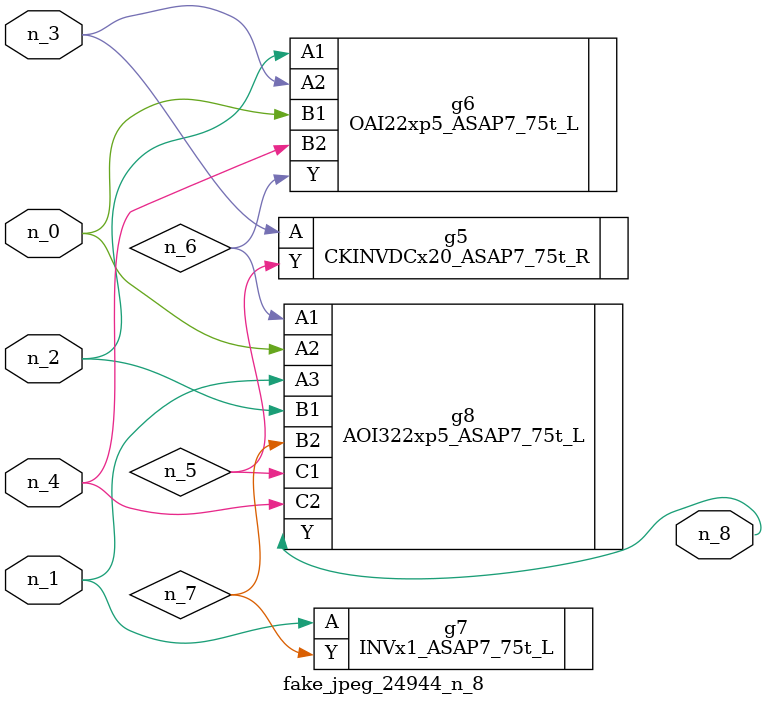
<source format=v>
module fake_jpeg_24944_n_8 (n_3, n_2, n_1, n_0, n_4, n_8);

input n_3;
input n_2;
input n_1;
input n_0;
input n_4;

output n_8;

wire n_6;
wire n_5;
wire n_7;

CKINVDCx20_ASAP7_75t_R g5 ( 
.A(n_3),
.Y(n_5)
);

OAI22xp5_ASAP7_75t_L g6 ( 
.A1(n_2),
.A2(n_3),
.B1(n_0),
.B2(n_4),
.Y(n_6)
);

INVx1_ASAP7_75t_L g7 ( 
.A(n_1),
.Y(n_7)
);

AOI322xp5_ASAP7_75t_L g8 ( 
.A1(n_6),
.A2(n_0),
.A3(n_1),
.B1(n_2),
.B2(n_7),
.C1(n_5),
.C2(n_4),
.Y(n_8)
);


endmodule
</source>
